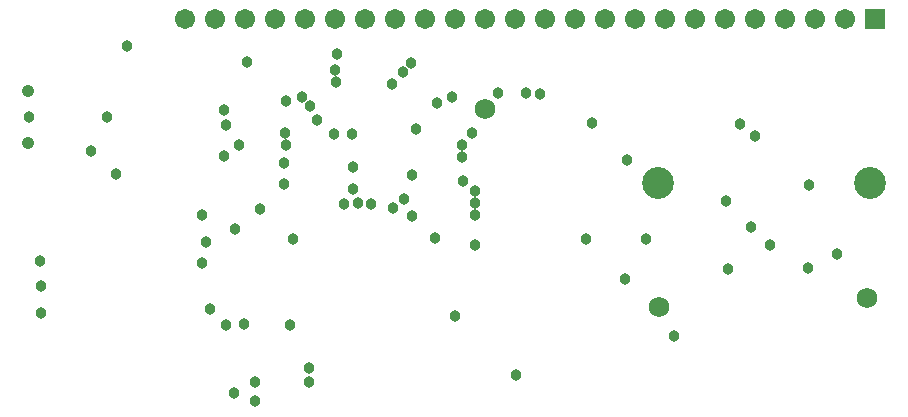
<source format=gbs>
G04 Layer_Color=16711935*
%FSLAX43Y43*%
%MOMM*%
G71*
G01*
G75*
%ADD75C,0.965*%
%ADD76C,1.727*%
%ADD77C,1.053*%
%ADD78R,1.703X1.703*%
%ADD79C,1.703*%
%ADD80C,2.703*%
D75*
X66919Y70068D02*
D03*
X68631Y51994D02*
D03*
X86208Y71171D02*
D03*
X67767Y46101D02*
D03*
X82829Y61112D02*
D03*
X69952Y61697D02*
D03*
X72111Y70866D02*
D03*
X65024Y57097D02*
D03*
X83134Y68478D02*
D03*
X57785Y64643D02*
D03*
X55626Y66650D02*
D03*
X65075Y61163D02*
D03*
X67793Y60046D02*
D03*
X65380Y58928D02*
D03*
X65735Y53238D02*
D03*
X69520Y45415D02*
D03*
X87884Y68123D02*
D03*
X102667Y59182D02*
D03*
X72161Y67081D02*
D03*
X68174D02*
D03*
X68885Y74168D02*
D03*
X84760Y59284D02*
D03*
X84963Y70714D02*
D03*
X105029Y50978D02*
D03*
X91592Y47625D02*
D03*
X86436Y52603D02*
D03*
X90094Y71552D02*
D03*
X92456Y71501D02*
D03*
X93675Y71450D02*
D03*
X81153Y72314D02*
D03*
X82017Y73279D02*
D03*
X82753Y74066D02*
D03*
X56998Y69494D02*
D03*
X67056Y51892D02*
D03*
X72466Y51841D02*
D03*
X116357Y56693D02*
D03*
X82144Y62509D02*
D03*
X81232Y61801D02*
D03*
X74760Y69274D02*
D03*
X74092Y47015D02*
D03*
Y48260D02*
D03*
X69520Y47015D02*
D03*
X77749Y68072D02*
D03*
X76225D02*
D03*
X72060Y68123D02*
D03*
X72009Y63779D02*
D03*
Y65608D02*
D03*
X74193Y70383D02*
D03*
X72769Y59180D02*
D03*
X100889Y55804D02*
D03*
X100990Y65888D02*
D03*
X77826Y63398D02*
D03*
X77851Y65253D02*
D03*
X76352Y72441D02*
D03*
X76327Y73457D02*
D03*
X66877Y66168D02*
D03*
X67107Y68783D02*
D03*
X79375Y62154D02*
D03*
X78232Y62205D02*
D03*
X77089Y62154D02*
D03*
X87020Y67107D02*
D03*
X87071Y66065D02*
D03*
X82779Y64567D02*
D03*
X88138Y58623D02*
D03*
Y61214D02*
D03*
Y62205D02*
D03*
X88113Y63195D02*
D03*
X87097Y64084D02*
D03*
X98069Y68986D02*
D03*
X97561Y59182D02*
D03*
X116459Y63729D02*
D03*
X113106Y58649D02*
D03*
X111531Y60147D02*
D03*
X109550Y56642D02*
D03*
X118783Y57884D02*
D03*
X109423Y62408D02*
D03*
X110566Y68859D02*
D03*
X111836Y67843D02*
D03*
X50368Y69485D02*
D03*
X58725Y75540D02*
D03*
X51384Y55169D02*
D03*
Y52908D02*
D03*
X51359Y57328D02*
D03*
X73482Y71145D02*
D03*
X76454Y74828D02*
D03*
D76*
X88976Y70155D02*
D03*
X121336Y54153D02*
D03*
X103708Y53442D02*
D03*
D77*
X50292Y67285D02*
D03*
Y71685D02*
D03*
D78*
X121996Y77749D02*
D03*
D79*
X63576D02*
D03*
X66116D02*
D03*
X68656D02*
D03*
X71196D02*
D03*
X73736D02*
D03*
X76276D02*
D03*
X78816D02*
D03*
X81356D02*
D03*
X83896D02*
D03*
X86436D02*
D03*
X88976D02*
D03*
X91516D02*
D03*
X94056D02*
D03*
X96596D02*
D03*
X99136D02*
D03*
X101676D02*
D03*
X104216D02*
D03*
X106756D02*
D03*
X109296D02*
D03*
X111836D02*
D03*
X114376D02*
D03*
X116916D02*
D03*
X119456D02*
D03*
D80*
X121620Y63897D02*
D03*
X103620D02*
D03*
M02*

</source>
